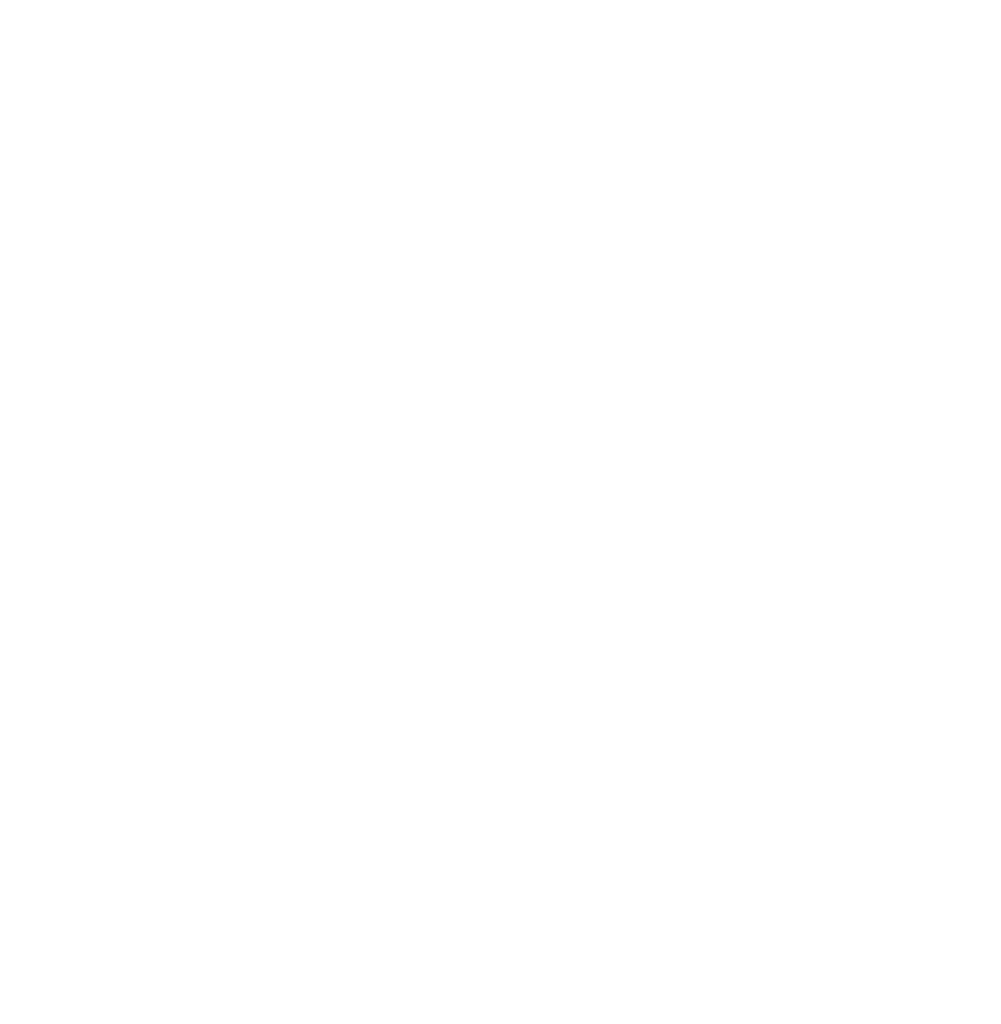
<source format=gbr>
G04 CAM350 V10.0.1 (Build 312) Date:  Thu Jul 28 16:15:00 2016 *
G04 Database: C:\arctmp\odbjob_v7\odbjob_v7.cam *
G04 Layer 8: drill *
%FSLAX23Y23*%
%MOIN*%
%SFA1.000B1.000*%

%MIA0B0*%
%IPPOS*%
%LNdrill*%
%LPD*%
G54D35*
X16900Y6950D03*
X17650Y7110D03*
X15700Y8010D03*
X16000Y7910D03*
X16317Y7385D03*
X17180Y6635D03*
X16533Y7535D03*
Y7485D03*
Y7335D03*
Y7385D03*
Y7435D03*
Y7585D03*
X16317Y7485D03*
X17175Y9235D03*
X16317Y7585D03*
X17180Y7920D03*
X16317Y7435D03*
X17175Y7265D03*
X16317Y7535D03*
X17175Y8575D03*
X16317Y7335D03*
X17175Y5945D03*
X16175Y6260D03*
X16317Y7285D03*
G54D33*
X16909Y6040D03*
X16710D03*
X16511D03*
X18505Y6399D03*
Y6200D03*
Y6001D03*
Y8379D03*
Y8180D03*
Y7981D03*
X18500Y9039D03*
Y8840D03*
Y8641D03*
Y9689D03*
Y9490D03*
Y9291D03*
X18495Y7719D03*
Y7520D03*
Y7321D03*
X18500Y7074D03*
Y6875D03*
Y6676D03*
X17650Y7940D03*
Y8420D03*
X17570Y8180D03*
X18140Y7940D03*
Y8420D03*
X17650Y8595D03*
Y9075D03*
X17570Y8835D03*
X18140Y8595D03*
Y9075D03*
X17650Y9255D03*
Y9735D03*
X17570Y9495D03*
X18140Y9255D03*
Y9735D03*
X17650Y6630D03*
Y7110D03*
X17570Y6870D03*
X18140Y6630D03*
Y7110D03*
X17650Y7290D03*
Y7770D03*
X17570Y7530D03*
X18140Y7290D03*
Y7770D03*
X16910Y6760D03*
Y6280D03*
X16990Y6520D03*
X16420Y6760D03*
Y6280D03*
X17650Y5965D03*
Y6445D03*
X17570Y6205D03*
X18140Y5965D03*
Y6445D03*
X14800Y6555D03*
Y6655D03*
Y6755D03*
Y6855D03*
X15700Y6385D03*
X15800D03*
X15900D03*
X15100Y7850D03*
Y7750D03*
Y7650D03*
Y7550D03*
Y7450D03*
Y7350D03*
Y7250D03*
Y7150D03*
Y7050D03*
Y6950D03*
X16900D03*
Y7050D03*
Y7150D03*
Y7250D03*
Y7350D03*
Y7450D03*
Y7550D03*
Y7650D03*
Y7750D03*
Y7850D03*
X15200D03*
Y7750D03*
Y7650D03*
Y7550D03*
Y7450D03*
Y7350D03*
Y7250D03*
Y7150D03*
Y7050D03*
Y6950D03*
X16800D03*
Y7050D03*
Y7150D03*
Y7250D03*
Y7350D03*
Y7450D03*
Y7550D03*
Y7650D03*
Y7750D03*
Y7850D03*
X15095Y6385D03*
X14995D03*
X14895D03*
X14795D03*
X15535Y7045D03*
Y6945D03*
Y6845D03*
X15550Y6385D03*
X15450D03*
X15350D03*
X15250D03*
X15915Y8735D03*
X15835D03*
X15755D03*
X15675D03*
X14995Y8896D03*
X15095D03*
X15195D03*
Y9034D03*
X15095D03*
X14995D03*
X14800Y7595D03*
Y7695D03*
Y7795D03*
Y7895D03*
Y7995D03*
Y8095D03*
Y8195D03*
Y7390D03*
Y7290D03*
Y7190D03*
Y7090D03*
Y6990D03*
G54D15*
X14902Y8585D03*
X15140D03*
X15040Y8425D03*
G54D34*
X15564Y8842D03*
X16026D03*
M02*

</source>
